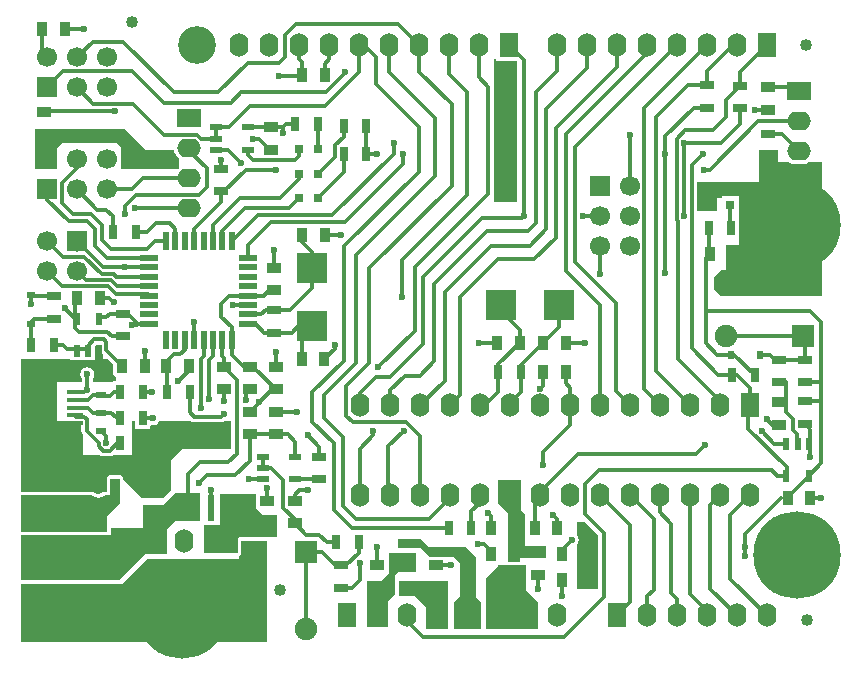
<source format=gtl>
G04*
G04 #@! TF.GenerationSoftware,Altium Limited,Altium Designer,18.0.7 (293)*
G04*
G04 Layer_Physical_Order=1*
G04 Layer_Color=255*
%FSLAX44Y44*%
%MOMM*%
G71*
G01*
G75*
%ADD15R,0.5500X1.0000*%
%ADD16R,3.5000X2.2000*%
%ADD17R,0.6000X2.2000*%
%ADD18R,2.5000X2.6000*%
%ADD19R,2.6000X2.5000*%
%ADD20R,1.0000X0.5500*%
%ADD21R,2.7000X2.0000*%
%ADD22R,0.8000X0.8000*%
%ADD23R,1.3500X0.4000*%
%ADD24R,1.4000X1.6000*%
%ADD25R,0.5000X1.5000*%
%ADD26R,1.5000X0.5000*%
%ADD27R,0.6858X0.5588*%
%ADD28R,0.5588X0.6858*%
%ADD29R,1.3000X0.7000*%
%ADD30R,0.7000X1.3000*%
%ADD31R,0.9000X0.6000*%
%ADD32R,1.3000X0.9000*%
%ADD33R,0.9000X1.3000*%
%ADD55C,1.9000*%
%ADD56R,1.9000X1.9000*%
%ADD61R,1.9000X1.9000*%
%ADD69C,1.0160*%
%ADD70C,0.3000*%
%ADD71C,1.7000*%
%ADD72R,1.7000X1.7000*%
%ADD73C,3.2000*%
%ADD74O,1.6000X2.0000*%
%ADD75R,1.6000X2.0000*%
%ADD76C,7.4000*%
%ADD77R,1.7000X1.7000*%
%ADD78O,2.0000X1.6000*%
%ADD79R,2.0000X1.6000*%
G04:AMPARAMS|DCode=80|XSize=2mm|YSize=1.2mm|CornerRadius=0.36mm|HoleSize=0mm|Usage=FLASHONLY|Rotation=0.000|XOffset=0mm|YOffset=0mm|HoleType=Round|Shape=RoundedRectangle|*
%AMROUNDEDRECTD80*
21,1,2.0000,0.4800,0,0,0.0*
21,1,1.2800,1.2000,0,0,0.0*
1,1,0.7200,0.6400,-0.2400*
1,1,0.7200,-0.6400,-0.2400*
1,1,0.7200,-0.6400,0.2400*
1,1,0.7200,0.6400,0.2400*
%
%ADD80ROUNDEDRECTD80*%
%ADD81C,1.2000*%
%ADD82C,0.6000*%
G36*
X109000Y419000D02*
X133116D01*
X133283Y417728D01*
X134391Y415053D01*
X136155Y412755D01*
X137000Y412106D01*
Y403694D01*
X136155Y403045D01*
X136120Y403000D01*
X88000D01*
Y422000D01*
X85000Y425000D01*
X38000D01*
X34000Y421000D01*
Y403000D01*
X15000D01*
Y437000D01*
X91000D01*
X109000Y419000D01*
D02*
G37*
G36*
X405560Y495000D02*
X423000D01*
Y375000D01*
X404000D01*
Y496000D01*
X405560D01*
Y495000D01*
D02*
G37*
G36*
X644000Y409000D02*
X653920D01*
X654453Y408591D01*
X657128Y407483D01*
X660000Y407105D01*
X664000D01*
X666872Y407483D01*
X669548Y408591D01*
X670080Y409000D01*
X682000D01*
Y296000D01*
X596000D01*
X590000Y302000D01*
X590000Y312000D01*
X596001Y318001D01*
X600000Y318000D01*
X600000Y339000D01*
X611000D01*
Y366000D01*
Y380000D01*
X597000D01*
Y379000D01*
X593000D01*
Y368000D01*
X583000D01*
X576088Y368000D01*
Y392000D01*
X628000D01*
Y419000D01*
X644000D01*
Y409000D01*
D02*
G37*
G36*
X71162Y249750D02*
X71511Y247994D01*
X72506Y246506D01*
X73000Y246011D01*
Y242000D01*
X77011Y242000D01*
X81500Y237511D01*
Y227000D01*
X84000D01*
Y224000D01*
X81000D01*
Y223000D01*
X64088D01*
Y225317D01*
X65152Y226909D01*
X65617Y229250D01*
X65152Y231591D01*
X63826Y233576D01*
X61841Y234902D01*
X59500Y235368D01*
X57159Y234902D01*
X55174Y233576D01*
X53848Y231591D01*
X53383Y229250D01*
X53848Y226909D01*
X54912Y225317D01*
Y223000D01*
X34000D01*
Y190000D01*
X39000Y190000D01*
Y189500D01*
X47637D01*
X47994Y189261D01*
X49750Y188912D01*
X54412D01*
Y181050D01*
X54761Y179294D01*
X55756Y177806D01*
X56000Y177562D01*
X56000Y161000D01*
X70196D01*
X71302Y160261D01*
X73058Y159912D01*
X78442D01*
X80198Y160261D01*
X81304Y161000D01*
X97000D01*
X97000Y164999D01*
X97000Y190000D01*
X100000D01*
Y183000D01*
X113000D01*
Y185779D01*
X113982Y186585D01*
X115000Y186383D01*
X117341Y186848D01*
X119326Y188174D01*
X120545Y190000D01*
X147139Y190000D01*
X148244Y189261D01*
X150000Y188912D01*
X172500D01*
X174256Y189261D01*
X175264Y189935D01*
X175588Y190000D01*
X181412Y189999D01*
Y166000D01*
X140000D01*
X130000Y156000D01*
Y131000D01*
X124000Y125000D01*
X106000D01*
X90059Y140941D01*
Y141000D01*
X89826Y142170D01*
X89163Y143163D01*
X88170Y143826D01*
X87000Y144059D01*
X79000D01*
X77829Y143826D01*
X76837Y143163D01*
X76174Y142170D01*
X75941Y141000D01*
Y130059D01*
X74661D01*
X74366Y130000D01*
X63634D01*
X63338Y130059D01*
X3000D01*
Y242000D01*
X44750Y242000D01*
Y241500D01*
X64937D01*
X65750Y241500D01*
X66000Y242000D01*
X66000Y242000D01*
X66000Y242666D01*
Y253211D01*
X67201Y254412D01*
X71162D01*
Y249750D01*
D02*
G37*
G36*
X87000Y120000D02*
X76000Y109000D01*
Y96000D01*
X3000D01*
Y127000D01*
X63338D01*
X64461Y126139D01*
X66651Y125232D01*
X69000Y124922D01*
X71350Y125232D01*
X73539Y126139D01*
X74661Y127000D01*
X78000D01*
X79000Y128000D01*
Y141000D01*
X87000D01*
Y120000D01*
D02*
G37*
G36*
X202000Y110000D02*
X220000Y110000D01*
Y92000D01*
X188000Y92000D01*
X187000Y91000D01*
Y79319D01*
X186892Y78500D01*
X186454Y78000D01*
X158000Y78000D01*
Y102000D01*
X172000Y102000D01*
Y128000D01*
X202000D01*
Y110000D01*
D02*
G37*
G36*
X427000Y140000D02*
Y114000D01*
X430000Y111000D01*
Y84000D01*
X448000D01*
Y74000D01*
X426000D01*
Y70559D01*
X416000D01*
Y111000D01*
X407000Y120000D01*
Y140000D01*
X427000Y140000D01*
D02*
G37*
G36*
X155000Y105000D02*
X134000D01*
X127000Y98000D01*
Y77000D01*
X108000D01*
X86000Y55000D01*
X3000D01*
Y92941D01*
X76000D01*
X76295Y93000D01*
X80000D01*
Y99000D01*
X107000D01*
Y119000D01*
X124000D01*
X134000Y129000D01*
X155000D01*
Y105000D01*
D02*
G37*
G36*
X212000Y3000D02*
X3000D01*
Y51941D01*
X67857D01*
X68000Y51922D01*
X68143Y51941D01*
X86000D01*
X86000Y51941D01*
X86296Y52000D01*
X89000D01*
X110000Y73000D01*
X187000D01*
X188000Y74000D01*
Y75405D01*
X188202Y75560D01*
X188617Y75837D01*
X188673Y75922D01*
X188753Y75983D01*
X189192Y76483D01*
X189342Y76744D01*
X189541Y76971D01*
X189638Y77256D01*
X189789Y77517D01*
X189828Y77815D01*
X189925Y78101D01*
X190033Y78920D01*
X190019Y79121D01*
X190059Y79319D01*
Y88000D01*
X212000D01*
Y3000D01*
D02*
G37*
G36*
X492162Y92838D02*
Y48000D01*
X474000Y48000D01*
Y84874D01*
X474076Y84924D01*
X475402Y86909D01*
X475868Y89250D01*
X475402Y91591D01*
X474076Y93576D01*
X474000Y93626D01*
Y104000D01*
X481000D01*
X492162Y92838D01*
D02*
G37*
G36*
X338000Y62000D02*
X323000D01*
X320000Y59000D01*
Y43000D01*
X314000Y37000D01*
Y15000D01*
X296000D01*
Y54000D01*
X308000Y54000D01*
X314000Y60000D01*
X314500D01*
Y60500D01*
X315000Y61000D01*
X315000Y78000D01*
X338000Y78000D01*
X338000Y62000D01*
D02*
G37*
G36*
X413000Y68000D02*
Y67500D01*
X428000D01*
Y67500D01*
X428500Y68000D01*
X431000Y68000D01*
Y47000D01*
X441000Y37000D01*
Y14000D01*
X397000D01*
Y57000D01*
X408000Y68000D01*
X413000Y68000D01*
D02*
G37*
G36*
X349000Y83000D02*
X380000D01*
X389000Y74000D01*
Y41000D01*
X393000Y37000D01*
Y14000D01*
X370000D01*
Y37000D01*
X375000Y42000D01*
Y70000D01*
X370000Y75000D01*
X349000D01*
X342000Y82000D01*
X323000D01*
Y90000D01*
X342000D01*
X349000Y83000D01*
D02*
G37*
G36*
X365000Y14000D02*
X346000D01*
Y32000D01*
X336000Y42000D01*
X323861D01*
X323055Y42982D01*
X323059Y43000D01*
X323059Y43000D01*
Y54000D01*
X365000D01*
Y14000D01*
D02*
G37*
D15*
X69500Y276500D02*
D03*
X50500D02*
D03*
X69500Y249500D02*
D03*
X60000D02*
D03*
X50500D02*
D03*
X651500Y143500D02*
D03*
X670500D02*
D03*
X651500Y170500D02*
D03*
X661000D02*
D03*
X670500D02*
D03*
D16*
X164000Y178000D02*
D03*
D17*
X189400Y116000D02*
D03*
X176700D02*
D03*
X164000D02*
D03*
X151300D02*
D03*
X138600D02*
D03*
D18*
X458500Y288000D02*
D03*
X409500D02*
D03*
D19*
X250000Y270000D02*
D03*
Y319000D02*
D03*
D20*
X195500Y419500D02*
D03*
Y438500D02*
D03*
X168500Y419500D02*
D03*
Y429000D02*
D03*
Y438500D02*
D03*
X235500Y140500D02*
D03*
Y159500D02*
D03*
X208500Y140500D02*
D03*
Y150000D02*
D03*
Y159500D02*
D03*
D21*
X17000Y74000D02*
D03*
Y106000D02*
D03*
D22*
X604000Y373000D02*
D03*
X588000D02*
D03*
X255000Y420000D02*
D03*
X239000D02*
D03*
X255000Y398750D02*
D03*
X239000D02*
D03*
X255000Y378750D02*
D03*
X239000D02*
D03*
D23*
X48750Y214000D02*
D03*
Y207500D02*
D03*
Y201000D02*
D03*
Y194500D02*
D03*
Y188000D02*
D03*
D24*
X46500Y233000D02*
D03*
Y169000D02*
D03*
D25*
X182000Y258000D02*
D03*
X174000D02*
D03*
X166000D02*
D03*
X158000D02*
D03*
X150000D02*
D03*
X142000D02*
D03*
X134000D02*
D03*
X126000D02*
D03*
Y342000D02*
D03*
X134000D02*
D03*
X142000D02*
D03*
X150000D02*
D03*
X158000D02*
D03*
X166000D02*
D03*
X174000D02*
D03*
X182000D02*
D03*
D26*
X112000Y272000D02*
D03*
Y280000D02*
D03*
Y288000D02*
D03*
Y296000D02*
D03*
Y304000D02*
D03*
Y312000D02*
D03*
Y320000D02*
D03*
Y328000D02*
D03*
X196000D02*
D03*
Y320000D02*
D03*
Y312000D02*
D03*
Y304000D02*
D03*
Y296000D02*
D03*
Y288000D02*
D03*
Y280000D02*
D03*
Y272000D02*
D03*
D27*
X12000Y296192D02*
D03*
Y271808D02*
D03*
D28*
X604616Y246000D02*
D03*
X629000D02*
D03*
D29*
X173000Y403500D02*
D03*
Y384500D02*
D03*
X218000Y283500D02*
D03*
Y264500D02*
D03*
X612000Y473500D02*
D03*
Y454500D02*
D03*
X584000Y474000D02*
D03*
Y455000D02*
D03*
X636000Y432500D02*
D03*
Y413500D02*
D03*
X667000Y206500D02*
D03*
Y187500D02*
D03*
X31000Y295500D02*
D03*
Y276500D02*
D03*
X667000Y222500D02*
D03*
Y241500D02*
D03*
X274000Y48500D02*
D03*
Y67500D02*
D03*
X256000Y159500D02*
D03*
Y140500D02*
D03*
X645000Y222500D02*
D03*
Y241500D02*
D03*
X330000Y66500D02*
D03*
Y85500D02*
D03*
Y47000D02*
D03*
Y66000D02*
D03*
X90000Y261500D02*
D03*
Y280500D02*
D03*
D30*
X295500Y439750D02*
D03*
X276500D02*
D03*
X295500Y415750D02*
D03*
X276500D02*
D03*
X81500Y350000D02*
D03*
X100500D02*
D03*
X106500Y214500D02*
D03*
X87500D02*
D03*
X106500Y192500D02*
D03*
X87500D02*
D03*
X106500Y171000D02*
D03*
X87500D02*
D03*
X365500Y99000D02*
D03*
X384500D02*
D03*
X624500Y229000D02*
D03*
X605500D02*
D03*
X235500Y441000D02*
D03*
X254500D02*
D03*
X407500Y231000D02*
D03*
X426500D02*
D03*
X585500Y353000D02*
D03*
X604500D02*
D03*
X31000Y254000D02*
D03*
X12000D02*
D03*
X270500Y87000D02*
D03*
X289500D02*
D03*
X146250Y214500D02*
D03*
X127250D02*
D03*
D31*
X71000Y226500D02*
D03*
Y211500D02*
D03*
Y181500D02*
D03*
Y196500D02*
D03*
D32*
X197000Y216500D02*
D03*
Y235500D02*
D03*
X218000Y319500D02*
D03*
Y300500D02*
D03*
X175000Y216500D02*
D03*
Y235500D02*
D03*
X23000Y451500D02*
D03*
Y432500D02*
D03*
X636000Y453500D02*
D03*
Y472500D02*
D03*
X305000Y67500D02*
D03*
Y48500D02*
D03*
X355000Y67500D02*
D03*
Y48500D02*
D03*
X215000Y419500D02*
D03*
Y438500D02*
D03*
X219000Y197500D02*
D03*
Y178500D02*
D03*
X645000Y186500D02*
D03*
Y205500D02*
D03*
X235000Y122500D02*
D03*
Y103500D02*
D03*
X197000Y178500D02*
D03*
Y197500D02*
D03*
X441000Y59500D02*
D03*
Y78500D02*
D03*
X219000Y235500D02*
D03*
Y216500D02*
D03*
X117000Y131500D02*
D03*
Y112500D02*
D03*
X212000Y122500D02*
D03*
Y103500D02*
D03*
D33*
X126250Y236500D02*
D03*
X145250D02*
D03*
X260500Y347000D02*
D03*
X241500D02*
D03*
X260000Y242000D02*
D03*
X241000D02*
D03*
X402500Y50000D02*
D03*
X383500D02*
D03*
X40500Y522000D02*
D03*
X21500D02*
D03*
X445500Y231000D02*
D03*
X464500D02*
D03*
X401500Y99000D02*
D03*
X420500D02*
D03*
X457500D02*
D03*
X438500D02*
D03*
X406500Y256000D02*
D03*
X425500D02*
D03*
X464500D02*
D03*
X445500D02*
D03*
X671500Y125000D02*
D03*
X652500D02*
D03*
X70000Y294000D02*
D03*
X51000D02*
D03*
X108000Y236500D02*
D03*
X89000D02*
D03*
X461500Y55000D02*
D03*
X480500D02*
D03*
X461500Y77000D02*
D03*
X480500D02*
D03*
X260500Y483000D02*
D03*
X241500D02*
D03*
X401500Y77000D02*
D03*
X420500D02*
D03*
X605500Y331000D02*
D03*
X586500D02*
D03*
D55*
X600500Y261750D02*
D03*
X665500Y306750D02*
D03*
X600500D02*
D03*
X244500Y13500D02*
D03*
X199500Y78500D02*
D03*
Y13500D02*
D03*
D56*
X22000Y213000D02*
D03*
Y189000D02*
D03*
X244500Y78500D02*
D03*
D61*
X665500Y261750D02*
D03*
D69*
X223000Y47000D02*
D03*
X97000Y528000D02*
D03*
X668000Y508000D02*
D03*
X669000Y21000D02*
D03*
D70*
X407000Y327000D02*
X438000D01*
X375000Y295000D02*
X407000Y327000D01*
X375000Y211550D02*
Y295000D01*
X401000Y338000D02*
X434000D01*
X362000Y299000D02*
X401000Y338000D01*
X362000Y223950D02*
Y299000D01*
X398000Y351000D02*
X433000D01*
X353000Y306000D02*
X398000Y351000D01*
X353000Y240350D02*
Y306000D01*
X394000Y362000D02*
X428000D01*
X344000Y312000D02*
X394000Y362000D01*
X344000Y255000D02*
Y312000D01*
X337000Y320000D02*
X399000Y382000D01*
X337000Y266250D02*
Y320000D01*
X399000Y382000D02*
Y473000D01*
X326000Y326000D02*
X381000Y381000D01*
X326000Y295000D02*
Y326000D01*
X381000Y381000D02*
Y468000D01*
X354000Y397000D02*
Y446000D01*
X287000Y330000D02*
X354000Y397000D01*
X287000Y239000D02*
Y330000D01*
X340000Y401000D02*
Y439000D01*
X277000Y338000D02*
X340000Y401000D01*
X277000Y241000D02*
Y338000D01*
X250000Y214000D02*
X277000Y241000D01*
X250000Y189000D02*
Y214000D01*
Y189000D02*
X268000Y171000D01*
Y114500D02*
Y171000D01*
Y114500D02*
X283500Y99000D01*
X260000Y192000D02*
X276000Y176000D01*
Y118000D02*
Y176000D01*
Y118000D02*
X287000Y107000D01*
X366650Y124650D02*
Y127000D01*
X349000Y107000D02*
X366650Y124650D01*
X283500Y99000D02*
X365500D01*
X439500Y357500D02*
Y468500D01*
X433000Y351000D02*
X439500Y357500D01*
X448000Y352000D02*
Y454000D01*
X434000Y338000D02*
X448000Y352000D01*
X456000Y345000D02*
Y437671D01*
X438000Y327000D02*
X456000Y345000D01*
X448000Y454000D02*
X482600Y488600D01*
X549000Y315000D02*
Y416000D01*
Y431000D02*
X573000Y455000D01*
X549000Y416000D02*
Y431000D01*
X541000Y232050D02*
Y447000D01*
Y232050D02*
X569850Y203200D01*
X531000Y216650D02*
Y454800D01*
Y216650D02*
X544450Y203200D01*
X531000Y454800D02*
X584200Y508000D01*
X559500Y242500D02*
X595250Y206750D01*
X328700Y23900D02*
X330200Y25400D01*
X619150Y201700D02*
X620650Y203200D01*
X571500Y251250D02*
Y406250D01*
Y251250D02*
X593750Y229000D01*
X571500Y406250D02*
X581000Y415750D01*
X565000Y363000D02*
Y425000D01*
X596000D01*
X558500Y428500D02*
X566000Y436000D01*
X558500Y360308D02*
Y428500D01*
Y360308D02*
X559500Y359308D01*
Y242500D02*
Y359308D01*
X519000Y388400D02*
Y432000D01*
X69500Y277500D02*
X75500D01*
X94000Y280500D02*
X102500Y272000D01*
X493600Y314600D02*
Y337600D01*
X179893Y296000D02*
X196000D01*
X173000Y289107D02*
X179893Y296000D01*
X173000Y278007D02*
Y289107D01*
X208750Y296000D02*
X213250Y300500D01*
X196000Y296000D02*
X208750D01*
X210500Y283500D02*
X218000D01*
X207000Y280000D02*
X210500Y283500D01*
X196000Y280000D02*
X207000D01*
X472500Y421700D02*
X558800Y508000D01*
X472500Y324500D02*
X507000Y290000D01*
X472500Y324500D02*
Y421700D01*
X479000Y363000D02*
X493600D01*
X428000Y362000D02*
X429000Y363000D01*
Y495560D01*
X439500Y468500D02*
X457200Y486200D01*
X507000Y215250D02*
Y290000D01*
X493650Y203200D02*
Y288350D01*
X465000Y317000D02*
X493650Y288350D01*
X465000Y317000D02*
Y433000D01*
X456000Y437671D02*
X508000Y489671D01*
X541000Y447000D02*
X568000Y474000D01*
X519000Y36400D02*
Y101650D01*
X508000Y25400D02*
X519000Y36400D01*
X493650Y127000D02*
X519000Y101650D01*
X539000Y47000D02*
Y107050D01*
X533400Y41400D02*
X539000Y47000D01*
X519050Y127000D02*
X539000Y107050D01*
X199500Y116000D02*
X212000Y103500D01*
X189400Y116000D02*
X199500D01*
X176700D02*
X189400D01*
X176700Y97700D02*
Y116000D01*
X167000Y88000D02*
X176700Y97700D01*
X208500Y150000D02*
Y159500D01*
X168500Y438500D02*
X179500D01*
X60000Y250500D02*
Y253700D01*
X50500Y250500D02*
X60000D01*
X42500D02*
X50500D01*
X39000Y254000D02*
X42500Y250500D01*
X31000Y254000D02*
X39000D01*
X75750Y249750D02*
Y256950D01*
Y249750D02*
X89000Y236500D01*
X73700Y259000D02*
X75750Y256950D01*
X80392Y261500D02*
X90000D01*
X76392Y265500D02*
X80392Y261500D01*
X62608Y265500D02*
X76392D01*
X62608Y265500D02*
X62608Y265500D01*
X52500Y265500D02*
X62608D01*
X65300Y259000D02*
X73700D01*
X60000Y253700D02*
X65300Y259000D01*
X49500Y268500D02*
X52500Y265500D01*
X78500Y280500D02*
X90000D01*
X75500Y277500D02*
X78500Y280500D01*
X667000Y255250D02*
X673500Y261750D01*
X667000Y241500D02*
Y255250D01*
Y240750D02*
Y241500D01*
X645000D02*
X667000D01*
X641750D02*
X645000D01*
X59500Y216750D02*
Y229250D01*
X59000Y216250D02*
X59500Y216750D01*
X56750Y214000D02*
X59000Y216250D01*
X48750Y214000D02*
X56750D01*
X200000Y429000D02*
X205000D01*
X214500Y419500D01*
X215000D01*
X195500Y438500D02*
X215000D01*
X78442Y164500D02*
X87500Y173558D01*
Y171000D02*
Y173558D01*
X260500Y347000D02*
X274250D01*
X124900Y432100D02*
X152763D01*
X98500Y458500D02*
X124900Y432100D01*
X64740Y458500D02*
X98500D01*
X23000Y451500D02*
X23500Y452000D01*
X83000D01*
X50800Y472440D02*
X64740Y458500D01*
X269000Y251000D02*
Y254000D01*
X260000Y242000D02*
X269000Y251000D01*
X274000Y347250D02*
X274250Y347000D01*
X641250Y170500D02*
X651500D01*
X630500Y181250D02*
X641250Y170500D01*
X81308Y290500D02*
X81750D01*
X77808Y294000D02*
X81308Y290500D01*
X70000Y294000D02*
X77808D01*
X182500Y288000D02*
X196000D01*
X175000Y207000D02*
Y216500D01*
X164000Y116000D02*
Y131000D01*
X239000Y131500D02*
X246250D01*
X235000Y127500D02*
X239000Y131500D01*
X235000Y122500D02*
Y127500D01*
X212000Y122500D02*
Y133000D01*
X194000Y213500D02*
X197000Y216500D01*
X194000Y208000D02*
Y213500D01*
X71000Y181500D02*
X75750Y176750D01*
Y171000D02*
Y176750D01*
X401500Y77000D02*
Y79750D01*
X395750Y85500D02*
X401500Y79750D01*
X390250Y85500D02*
X395750D01*
X461500Y81000D02*
X469750Y89250D01*
X461500Y77000D02*
Y81000D01*
X196750Y140500D02*
X208500D01*
X136750Y224000D02*
X145250Y232500D01*
X71000Y226500D02*
X80500D01*
X80500Y226500D01*
X639500Y186500D02*
X645000D01*
X634750Y191250D02*
X639500Y186500D01*
X634500Y191250D02*
X634750D01*
X399000Y111750D02*
X401500Y109250D01*
X442850Y216850D02*
X445500Y219500D01*
Y231000D01*
X464500Y256000D02*
X481250D01*
X391000D02*
X406500D01*
X108000Y249250D02*
X108000Y249250D01*
X108000Y236500D02*
Y249250D01*
X145250Y232500D02*
Y236500D01*
X150000Y273500D02*
X150000Y273500D01*
X150000Y258000D02*
Y273500D01*
X237000Y197500D02*
X237000Y197500D01*
X219000Y197500D02*
X237000D01*
X219000Y235500D02*
Y248500D01*
X182500Y288000D02*
X182500Y288000D01*
X218000Y319500D02*
Y334750D01*
X260500Y483000D02*
Y492250D01*
X264160Y495910D01*
Y508000D01*
X178750Y419500D02*
X190000Y408250D01*
X168500Y419500D02*
X178750D01*
X671500Y125000D02*
X680750D01*
X453750Y110250D02*
X457500Y106500D01*
Y99000D02*
Y106500D01*
X401500Y99000D02*
Y109250D01*
X355000Y67500D02*
X367750D01*
X305000D02*
Y83250D01*
X316000Y227000D02*
X344000Y255000D01*
X304000Y227000D02*
X316000D01*
X328350Y228350D02*
X341000D01*
X315850Y215850D02*
X328350Y228350D01*
X290450Y213450D02*
X304000Y227000D01*
X290450Y203200D02*
Y213450D01*
X341000Y228350D02*
X353000Y240350D01*
X315850Y203200D02*
Y215850D01*
X391160Y480840D02*
X399000Y473000D01*
X391160Y480840D02*
Y508000D01*
X306000Y235250D02*
X337000Y266250D01*
X457200Y486200D02*
Y508000D01*
X482600Y488600D02*
Y508000D01*
X341250Y203200D02*
X362000Y223950D01*
X365760Y483240D02*
X381000Y468000D01*
X365760Y483240D02*
Y508000D01*
X314960Y485040D02*
X354000Y446000D01*
X340360Y485640D02*
X368000Y458000D01*
Y389000D02*
Y458000D01*
X298000Y319000D02*
X368000Y389000D01*
X340360Y485640D02*
Y508000D01*
X298000Y238929D02*
Y319000D01*
X278950Y194300D02*
Y219879D01*
X416560Y508000D02*
X429000Y495560D01*
X314960Y485040D02*
Y508000D01*
X260000Y212000D02*
X287000Y239000D01*
X260000Y192000D02*
Y212000D01*
X287000Y107000D02*
X349000D01*
X278950Y219879D02*
X298000Y238929D01*
X278950Y194300D02*
X284250Y189000D01*
X304000Y475000D02*
Y498000D01*
X294000Y508000D02*
X304000Y498000D01*
X289560Y508000D02*
X294000D01*
X304000Y475000D02*
X340000Y439000D01*
X246000Y178000D02*
X256000Y168000D01*
Y159500D02*
Y168000D01*
X627600Y443600D02*
X662000D01*
X586500Y402500D02*
X627600Y443600D01*
X581500Y402500D02*
X586500D01*
X600000Y447000D02*
Y461500D01*
X589000Y436000D02*
X600000Y447000D01*
X566000Y436000D02*
X589000D01*
X600000Y461500D02*
X612000Y473500D01*
X568000Y474000D02*
X584000D01*
X533400Y501400D02*
Y508000D01*
X465000Y433000D02*
X533400Y501400D01*
X508000Y489671D02*
Y508000D01*
X366650Y203200D02*
X375000Y211550D01*
X583000Y283000D02*
Y327500D01*
Y256000D02*
Y283000D01*
X215000Y438500D02*
X225000D01*
X671735Y283000D02*
X681000Y273735D01*
X583000Y283000D02*
X671735D01*
X607500Y246000D02*
X624500Y229000D01*
X604616Y246000D02*
X607500D01*
X585500Y332000D02*
X586500Y331000D01*
X585500Y332000D02*
Y353000D01*
X583000Y327500D02*
X586500Y331000D01*
X583000Y256000D02*
X593000Y246000D01*
X604616D01*
X593750Y229000D02*
X605500D01*
X667000Y206500D02*
X681000D01*
X667000Y222500D02*
X681000D01*
Y273735D01*
Y206500D02*
Y222500D01*
Y154000D02*
Y206500D01*
X670500Y143500D02*
X681000Y154000D01*
X652500Y125500D02*
X670500Y143500D01*
X652500Y125000D02*
Y125500D01*
X643500Y143500D02*
X651500D01*
X639000Y148000D02*
X643500Y143500D01*
X492500Y148000D02*
X639000D01*
X652000Y144000D02*
Y150558D01*
X619150Y183408D02*
X652000Y150558D01*
X616250Y94275D02*
X646975Y125000D01*
X616250Y75750D02*
Y94275D01*
X604000Y56400D02*
Y110350D01*
Y56400D02*
X635000Y25400D01*
X604000Y110350D02*
X620650Y127000D01*
X587000Y118750D02*
X595250Y127000D01*
X587000Y48000D02*
Y118750D01*
Y48000D02*
X609600Y25400D01*
X584200D02*
Y28800D01*
X569850Y43150D02*
X584200Y28800D01*
X569850Y43150D02*
Y127000D01*
X554000Y44000D02*
Y103000D01*
X544450Y112550D02*
X554000Y103000D01*
X544450Y112550D02*
Y127000D01*
X554000Y44000D02*
X558800Y39200D01*
Y25400D02*
Y39200D01*
X533400Y25400D02*
Y41400D01*
X496750Y40750D02*
Y95250D01*
X481250Y110750D02*
X496750Y95250D01*
X481250Y110750D02*
Y136750D01*
X492500Y148000D01*
X475000Y162000D02*
X575000D01*
X442850Y129850D02*
X475000Y162000D01*
X442850Y127000D02*
Y129850D01*
X575000Y162000D02*
X582250Y169250D01*
X468250Y186250D02*
Y203200D01*
X445250Y163250D02*
X468250Y186250D01*
X445250Y152500D02*
Y163250D01*
X344000Y7000D02*
X463000D01*
X496750Y40750D01*
X328700Y22300D02*
X344000Y7000D01*
X328700Y22300D02*
Y23900D01*
X84000Y297000D02*
X111000D01*
X77000Y304000D02*
X84000Y297000D01*
X38250Y304000D02*
X77000D01*
X58400Y309000D02*
X79513D01*
X84513Y304000D01*
X112000D01*
X50800Y316600D02*
X58400Y309000D01*
X76000Y328000D02*
X112000D01*
X66000Y338000D02*
X76000Y328000D01*
X66000Y338000D02*
Y352000D01*
X59000Y359000D02*
X66000Y352000D01*
X43750Y359000D02*
X59000D01*
X25400Y377350D02*
X43750Y359000D01*
X63000Y365000D02*
X72000Y356000D01*
X47500Y365000D02*
X63000D01*
X72000Y343000D02*
Y356000D01*
X38250Y374250D02*
X47500Y365000D01*
X72000Y343000D02*
X79250Y335750D01*
X110250D01*
X50800Y386080D02*
X68000Y368880D01*
Y368750D02*
X75750D01*
X193000Y370000D02*
X230250D01*
X174000Y351000D02*
X193000Y370000D01*
X174000Y342000D02*
Y351000D01*
X188500Y378500D02*
X222750D01*
X166000Y356000D02*
X188500Y378500D01*
X166000Y342000D02*
Y356000D01*
X173000Y375000D02*
Y384500D01*
X150000Y352000D02*
X173000Y375000D01*
X150000Y342000D02*
Y352000D01*
X193750Y402750D02*
X219500D01*
X175500Y384500D02*
X193750Y402750D01*
X173000Y384500D02*
X175500D01*
X204000Y364000D02*
X267000D01*
X182000Y342000D02*
X204000Y364000D01*
X215000Y358000D02*
X278000D01*
X196000Y339000D02*
X215000Y358000D01*
X196000Y328000D02*
Y339000D01*
X327000Y407000D02*
Y416000D01*
X278000Y358000D02*
X327000Y407000D01*
X319000Y416000D02*
Y425000D01*
X267000Y364000D02*
X319000Y416000D01*
X230250Y370000D02*
X239000Y378750D01*
X276500Y430700D02*
Y439750D01*
X269500Y423700D02*
X276500Y430700D01*
X269500Y413250D02*
Y423700D01*
X255000Y398750D02*
X269500Y413250D01*
X255000Y378750D02*
X276500Y400250D01*
Y415750D01*
X181000Y459000D02*
X190000Y468000D01*
X124500Y459000D02*
X181000D01*
X97750Y485750D02*
X124500Y459000D01*
X190000Y468000D02*
X261500D01*
X197500Y456500D02*
X261000D01*
X179500Y438500D02*
X197500Y456500D01*
X261500Y468000D02*
X278120Y484620D01*
X170000Y468000D02*
X195250Y493250D01*
X133000Y468000D02*
X170000D01*
X89960Y511040D02*
X133000Y468000D01*
X195250Y493250D02*
X221750D01*
X50800Y497840D02*
X64000Y511040D01*
X89960D01*
X206000Y206000D02*
Y206201D01*
X197150Y197500D02*
X205650Y206000D01*
X192364Y235500D02*
X197000D01*
X182000Y245864D02*
X192364Y235500D01*
X182000Y245864D02*
Y258000D01*
X182000Y258000D02*
X182000Y258000D01*
X182000Y258000D02*
Y269007D01*
X173000Y278007D02*
X182000Y269007D01*
X213250Y300500D02*
X218000D01*
X156000Y201000D02*
Y242250D01*
X155750Y242500D02*
X156000Y242250D01*
X172500Y193500D02*
X175000Y196000D01*
X150000Y193500D02*
X172500D01*
X175000Y235500D02*
X186000Y224500D01*
Y162000D02*
Y224500D01*
X162250Y209000D02*
Y241500D01*
X178750Y154750D02*
X186000Y162000D01*
X146250Y197250D02*
X150000Y193500D01*
X146250Y197250D02*
Y214500D01*
X126250Y236500D02*
X127250Y235500D01*
Y214500D02*
Y235500D01*
X185000Y144000D02*
X197000Y156000D01*
X161000Y144000D02*
X185000D01*
X154000Y137000D02*
X161000Y144000D01*
X145000Y145000D02*
X154750Y154750D01*
X145000Y127000D02*
Y145000D01*
Y127000D02*
X145750Y126250D01*
X154750Y154750D02*
X178750D01*
X197000Y156000D02*
Y178500D01*
X204000D01*
X204000Y178500D01*
X219000D01*
X229250D01*
X235500Y172250D01*
Y159500D02*
Y172250D01*
X235000Y103500D02*
X245000Y93500D01*
X255750D01*
X262250Y87000D01*
X117000Y112500D02*
X119750D01*
X225000Y116550D02*
Y140250D01*
Y116550D02*
X235000Y106550D01*
X215250Y150000D02*
X225000Y140250D01*
Y438500D02*
X227500Y441000D01*
X225000Y434000D02*
Y438500D01*
X670500Y183500D02*
X670750Y183750D01*
X671500Y159250D02*
Y182500D01*
X596000Y425000D02*
X612000Y441000D01*
X573000Y455000D02*
X584000D01*
X507000Y215250D02*
X519050Y203200D01*
X206649Y207150D02*
X216000Y216500D01*
X206799Y207000D02*
X207000Y207201D01*
X206000Y206201D02*
X206799Y207000D01*
X205650Y206000D02*
X206000D01*
X205000D02*
X205650D01*
X206000Y206350D01*
X206649Y207150D02*
X206799Y207000D01*
X97250Y271000D02*
X101500D01*
X102500Y272000D01*
X199750Y411000D02*
X235750D01*
X605500Y229000D02*
X609500D01*
X59000Y181050D02*
X69250Y170800D01*
Y168308D02*
Y170800D01*
X73058Y164500D02*
X78442D01*
X69250Y168308D02*
X73058Y164500D01*
X71000Y196500D02*
X79942D01*
X83442Y193000D01*
X87500D01*
X40250Y285750D02*
X49500Y276500D01*
X173000Y403500D02*
Y410750D01*
Y402500D02*
Y403500D01*
X670500Y183500D02*
X671500Y182500D01*
X197000Y197500D02*
X197150D01*
X235000Y103500D02*
Y106550D01*
X111000Y297000D02*
X112000Y296000D01*
X384500Y99000D02*
Y113250D01*
X392050Y120800D01*
X40500Y522000D02*
X57000D01*
X38710Y485750D02*
X97750D01*
X106450Y395200D02*
X146000D01*
X619150Y183408D02*
Y201700D01*
X392050Y120800D02*
Y127000D01*
X438500Y99000D02*
Y122650D01*
X59000Y181050D02*
Y191450D01*
X56950Y193500D02*
X59000Y191450D01*
X49750Y193500D02*
X56950D01*
X48750Y194500D02*
X49750Y193500D01*
X21500Y501740D02*
X25400Y497840D01*
X21500Y501740D02*
Y522000D01*
X305000Y415750D02*
X305000Y415750D01*
X295500Y415750D02*
X305000D01*
X295500D02*
Y439750D01*
X227500Y441000D02*
X235500D01*
X12000Y288750D02*
Y296192D01*
X12692Y295500D01*
X31000D01*
X49500Y276500D02*
Y292500D01*
Y268500D02*
Y276500D01*
Y295500D02*
X51000Y294000D01*
X49500Y292500D02*
X51000Y294000D01*
X151300Y116000D02*
Y125250D01*
X290750Y55250D02*
Y69250D01*
X284000Y48500D02*
X290750Y55250D01*
X274000Y48500D02*
X284000D01*
X441000Y48250D02*
X441250Y48000D01*
X441000Y48250D02*
Y59500D01*
X461500Y42000D02*
X461500Y42000D01*
Y55000D01*
X660750Y172250D02*
X662250Y170750D01*
X651000Y197500D02*
Y222500D01*
X657000Y182550D02*
X660750Y178800D01*
Y172250D02*
Y178800D01*
X657000Y182550D02*
Y191500D01*
X667000Y187500D02*
X670750Y183750D01*
X651000Y197500D02*
X657000Y191500D01*
X608500Y261750D02*
X665500D01*
X673500D01*
X133203Y246500D02*
X138407D01*
X126250Y239547D02*
X133203Y246500D01*
X126250Y236500D02*
Y239547D01*
X142000Y250093D02*
Y258000D01*
X138407Y246500D02*
X142000Y250093D01*
X91250Y320000D02*
X112000D01*
X72800D02*
X85000D01*
X85000Y320000D01*
X91250D01*
Y365250D02*
Y371750D01*
X100750Y381250D01*
X139187D01*
X97330Y386080D02*
X106450Y395200D01*
X76200Y386080D02*
X97330D01*
X139187Y381250D02*
X139237Y381300D01*
X154050D01*
X160500Y387750D01*
Y404250D01*
X146000Y418750D02*
X160500Y404250D01*
X146000Y418750D02*
Y420600D01*
X99800Y369800D02*
X146000D01*
X99750Y369750D02*
X99800Y369800D01*
X102500Y272000D02*
X112000D01*
X90000Y280500D02*
X94000D01*
X256000Y140500D02*
X256000Y140500D01*
X235500Y140500D02*
X256000D01*
X208500Y150000D02*
X215250D01*
X262250Y87000D02*
X270500D01*
X289500Y78250D02*
Y87000D01*
X278750Y67500D02*
X289500Y78250D01*
X274000Y67500D02*
X278750D01*
X269500D02*
X274000D01*
X258500Y78500D02*
X269500Y67500D01*
X244500Y78500D02*
X258500D01*
X244500Y13500D02*
Y78500D01*
X468250Y203200D02*
Y218000D01*
X464500Y221750D02*
X468250Y218000D01*
X464500Y221750D02*
Y231000D01*
X200000Y235500D02*
X219000Y216500D01*
X216000D02*
X219000D01*
X197000Y235500D02*
X200000D01*
X174000Y244500D02*
Y258000D01*
Y244500D02*
X175000Y243500D01*
Y235500D02*
Y243500D01*
X117000Y112500D02*
X120500Y116000D01*
X155750Y242500D02*
X158000Y244750D01*
X162250Y241500D02*
X166000Y245250D01*
Y245750D02*
Y258000D01*
X158000Y244750D02*
Y257500D01*
X290450Y166450D02*
X301750Y177750D01*
X290450Y127000D02*
Y166450D01*
X314500Y168250D02*
X327750Y181500D01*
X314500Y128350D02*
Y168250D01*
X329442Y189000D02*
X341250Y177192D01*
Y127000D02*
Y177192D01*
X106500Y214500D02*
X114250D01*
X107000Y192500D02*
X115000D01*
X106500Y193000D02*
X107000Y192500D01*
X64500Y196500D02*
X71000D01*
X60000Y201000D02*
X64500Y196500D01*
X48750Y201000D02*
X60000D01*
X82250Y214500D02*
X87500D01*
X78750Y211000D02*
X82250Y214500D01*
X71000Y211000D02*
X78750D01*
X64000Y211500D02*
X71000D01*
X60000Y207500D02*
X64000Y211500D01*
X48750Y207500D02*
X60000D01*
X12000Y254000D02*
Y271808D01*
X14500Y276500D02*
X31000D01*
X12000Y274000D02*
X14500Y276500D01*
X12000Y271808D02*
Y274000D01*
X241000Y261000D02*
X250000Y270000D01*
X241000Y242000D02*
Y261000D01*
X250000Y319000D02*
Y332750D01*
X241500Y341250D02*
X250000Y332750D01*
X241500Y341250D02*
Y347000D01*
X238250Y270000D02*
X250000D01*
X232750Y264500D02*
X238250Y270000D01*
X218000Y264500D02*
X232750D01*
X209500D02*
X218000D01*
X202000Y272000D02*
X209500Y264500D01*
X196000Y272000D02*
X202000D01*
X250000Y302250D02*
Y319000D01*
X231250Y283500D02*
X250000Y302250D01*
X218000Y283500D02*
X231250D01*
X239000Y394750D02*
Y398750D01*
X222750Y378500D02*
X239000Y394750D01*
X254500Y441000D02*
X255000Y440500D01*
Y420000D02*
Y440500D01*
X239000Y414250D02*
Y420000D01*
X235750Y411000D02*
X239000Y414250D01*
X195500Y415250D02*
X199750Y411000D01*
X195500Y415250D02*
Y419500D01*
X25400Y316600D02*
X25650D01*
X38250Y304000D01*
X56971Y328600D02*
X71571Y314000D01*
X84142Y312000D02*
X112000D01*
X82142Y314000D02*
X84142Y312000D01*
X71571Y314000D02*
X82142D01*
X38800Y328600D02*
X56971D01*
X50800Y342000D02*
X72800Y320000D01*
X25400Y342000D02*
X38800Y328600D01*
X50800Y334950D02*
Y342000D01*
X25400Y377350D02*
Y386080D01*
X81500Y350000D02*
Y363000D01*
X75750Y368750D02*
X81500Y363000D01*
X100500Y350000D02*
X110000D01*
X117500Y357500D01*
X129250D01*
X134000Y352750D01*
Y342000D02*
Y352750D01*
X110250Y335750D02*
X116500Y342000D01*
X126000D01*
X38250Y374250D02*
Y391250D01*
X50800Y403800D01*
Y411480D01*
X365760Y508000D02*
X369750Y504010D01*
X289560Y485060D02*
Y508000D01*
X261000Y456500D02*
X289560Y485060D01*
X278120Y484620D02*
Y485500D01*
X221750Y493250D02*
X226750Y498250D01*
X25400Y472440D02*
X38710Y485750D01*
X322360Y526000D02*
X340360Y508000D01*
X236500Y526000D02*
X322360D01*
X226750Y516250D02*
X236500Y526000D01*
X226750Y498250D02*
Y516250D01*
X417450Y203200D02*
Y205200D01*
X426500Y214250D01*
Y231000D01*
X392050Y203200D02*
X395950D01*
X407500Y214750D01*
Y231000D01*
X426500D02*
Y237000D01*
X445500Y256000D01*
X458500Y269000D01*
Y288000D01*
X407500Y231000D02*
Y238000D01*
X425500Y256000D01*
Y267250D01*
X409500Y283250D02*
X425500Y267250D01*
X409500Y283250D02*
Y288000D01*
X637250Y246000D02*
X641750Y241500D01*
X629000Y246000D02*
X637250D01*
X604000Y353500D02*
X604500Y353000D01*
X604000Y353500D02*
Y373000D01*
X647700Y432500D02*
X662000Y418200D01*
X636000Y432500D02*
X647700D01*
X658500Y472500D02*
X662000Y469000D01*
X636000Y472500D02*
X658500D01*
X168500Y429000D02*
Y438500D01*
X155863Y429000D02*
X168500D01*
X152763Y432100D02*
X155863Y429000D01*
X609500Y229000D02*
X620650Y217850D01*
Y203200D02*
Y217850D01*
X238760Y496240D02*
Y508000D01*
Y496240D02*
X241500Y493500D01*
Y483000D02*
Y493500D01*
X240250Y481750D02*
X241500Y483000D01*
X222000Y481750D02*
X240250D01*
X438500Y122650D02*
X442850Y127000D01*
X612000Y441000D02*
Y454500D01*
X624500Y453500D02*
X636000D01*
X314500Y128350D02*
X315850Y127000D01*
X284250Y189000D02*
X329442D01*
X301750Y177750D02*
Y181350D01*
X314960Y508000D02*
X320250Y502710D01*
X612000Y485000D02*
X635000Y508000D01*
X612000Y473500D02*
Y485000D01*
X595250Y203200D02*
Y206750D01*
X584000Y485750D02*
X606250Y508000D01*
X584000Y474000D02*
Y485750D01*
X606250Y508000D02*
X609600D01*
D71*
X519000Y337600D02*
D03*
Y363000D02*
D03*
Y388400D02*
D03*
X493600Y337600D02*
D03*
Y363000D02*
D03*
X76200Y497840D02*
D03*
X50800D02*
D03*
X25400D02*
D03*
X76200Y472440D02*
D03*
X50800D02*
D03*
X76200Y411480D02*
D03*
X50800D02*
D03*
X25400D02*
D03*
X76200Y386080D02*
D03*
X50800D02*
D03*
X25400Y342000D02*
D03*
X50800Y316600D02*
D03*
X25400D02*
D03*
D72*
X493600Y388400D02*
D03*
D73*
X152400Y508000D02*
D03*
D74*
X457200Y25400D02*
D03*
X431800D02*
D03*
X406400D02*
D03*
X381000D02*
D03*
X355600D02*
D03*
X330200D02*
D03*
X304800D02*
D03*
X457200Y508000D02*
D03*
X482600D02*
D03*
X508000D02*
D03*
X533400D02*
D03*
X558800D02*
D03*
X584200D02*
D03*
X609600D02*
D03*
X391160D02*
D03*
X365760D02*
D03*
X340360D02*
D03*
X314960D02*
D03*
X289560D02*
D03*
X264160D02*
D03*
X238760D02*
D03*
X213360D02*
D03*
X187960D02*
D03*
X609600Y25400D02*
D03*
X635000D02*
D03*
X584200D02*
D03*
X558800D02*
D03*
X533400D02*
D03*
X595250Y203200D02*
D03*
X569850D02*
D03*
X544450D02*
D03*
X519050D02*
D03*
X493650D02*
D03*
X468250D02*
D03*
X442850D02*
D03*
X417450D02*
D03*
X392050D02*
D03*
X366650D02*
D03*
X341250D02*
D03*
X315850D02*
D03*
X290450D02*
D03*
X620650Y127000D02*
D03*
X595250D02*
D03*
X569850D02*
D03*
X544450D02*
D03*
X519050D02*
D03*
X493650D02*
D03*
X468250D02*
D03*
X442850D02*
D03*
X417450D02*
D03*
X392050D02*
D03*
X366650D02*
D03*
X341250D02*
D03*
X315850D02*
D03*
X290450D02*
D03*
X167000Y88000D02*
D03*
X141600D02*
D03*
D75*
X279400Y25400D02*
D03*
X635000Y508000D02*
D03*
X416560D02*
D03*
X508000Y25400D02*
D03*
X620650Y203200D02*
D03*
X116200Y88000D02*
D03*
D76*
X139700Y25400D02*
D03*
X660400Y76200D02*
D03*
Y355600D02*
D03*
D77*
X25400Y472440D02*
D03*
Y386080D02*
D03*
X50800Y342000D02*
D03*
D78*
X146000Y369800D02*
D03*
Y395200D02*
D03*
Y420600D02*
D03*
X662000Y418200D02*
D03*
Y443600D02*
D03*
D79*
X146000Y446000D02*
D03*
X662000Y469000D02*
D03*
D80*
X22000Y234000D02*
D03*
Y168000D02*
D03*
D81*
X69000Y134000D02*
D03*
Y110000D02*
D03*
X68000Y37000D02*
D03*
Y61000D02*
D03*
D82*
X549000Y416000D02*
D03*
Y315000D02*
D03*
X565000Y425000D02*
D03*
Y363000D02*
D03*
X519000Y432000D02*
D03*
X493600Y314600D02*
D03*
X479000Y363000D02*
D03*
X429000D02*
D03*
X680750Y125000D02*
D03*
X671500Y159250D02*
D03*
X139000Y170000D02*
D03*
Y178000D02*
D03*
Y186000D02*
D03*
X113000Y149000D02*
D03*
X122000Y157000D02*
D03*
X113000D02*
D03*
X104000D02*
D03*
X127000Y178000D02*
D03*
X200000Y429000D02*
D03*
X83000Y452000D02*
D03*
X418000Y483000D02*
D03*
X408000D02*
D03*
X418000Y491000D02*
D03*
X408000D02*
D03*
X418000Y382000D02*
D03*
X409000D02*
D03*
Y392000D02*
D03*
X418000D02*
D03*
X269000Y254000D02*
D03*
X581000Y372000D02*
D03*
Y379000D02*
D03*
X419000Y63250D02*
D03*
X410000Y65000D02*
D03*
X428000Y63000D02*
D03*
X175000Y207000D02*
D03*
X164000Y131000D02*
D03*
X212000Y133000D02*
D03*
X581000Y386000D02*
D03*
X194000Y208000D02*
D03*
X75750Y171000D02*
D03*
X390250Y85500D02*
D03*
X246250Y131500D02*
D03*
X469750Y89250D02*
D03*
X196750Y140500D02*
D03*
X136750Y224000D02*
D03*
X80500Y226500D02*
D03*
X634750Y191250D02*
D03*
X81750Y290500D02*
D03*
X399000Y111750D02*
D03*
X442850Y216850D02*
D03*
X481250Y256000D02*
D03*
X391000D02*
D03*
X108000Y249250D02*
D03*
X150000Y273500D02*
D03*
X237000Y197500D02*
D03*
X219000Y248500D02*
D03*
X182500Y288000D02*
D03*
X218000Y334750D02*
D03*
X274000Y347250D02*
D03*
X190000Y408250D02*
D03*
X630500Y181250D02*
D03*
X453750Y110250D02*
D03*
X367750Y67500D02*
D03*
X305000Y83250D02*
D03*
X326000Y295000D02*
D03*
X306000Y235250D02*
D03*
X246000Y178000D02*
D03*
X616250Y83025D02*
D03*
X319000Y67000D02*
D03*
X321000Y74000D02*
D03*
X327000Y416000D02*
D03*
X319000Y425000D02*
D03*
X125000Y407000D02*
D03*
Y414000D02*
D03*
X156000Y201000D02*
D03*
X175000Y196000D02*
D03*
X154000Y137000D02*
D03*
X225000Y434000D02*
D03*
X205000Y206000D02*
D03*
X97250Y271000D02*
D03*
X219500Y402750D02*
D03*
X40250Y285750D02*
D03*
X173000Y410750D02*
D03*
X22000Y153750D02*
D03*
X59500Y229250D02*
D03*
X59000Y216250D02*
D03*
X57000Y522000D02*
D03*
X305000Y415750D02*
D03*
X131750Y407250D02*
D03*
X12000Y288750D02*
D03*
X290750Y69250D02*
D03*
X441250Y48000D02*
D03*
X461500Y42000D02*
D03*
X616250Y75750D02*
D03*
X91250Y320000D02*
D03*
Y365250D02*
D03*
X99750Y369750D02*
D03*
X479250Y96250D02*
D03*
X445250Y152500D02*
D03*
X83250Y124000D02*
D03*
Y137500D02*
D03*
X162500Y208125D02*
D03*
X114250Y214500D02*
D03*
X115000Y192500D02*
D03*
X278120Y485500D02*
D03*
X581000Y415750D02*
D03*
X581500Y402500D02*
D03*
X222000Y481750D02*
D03*
X582250Y169250D02*
D03*
X624500Y453500D02*
D03*
X327750Y181500D02*
D03*
X301750Y181350D02*
D03*
M02*

</source>
